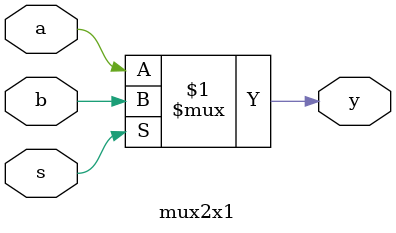
<source format=v>



module swap_buffer(a,b,s,aout,bout);
input a,b,s;
output aout,bout;
  mux2x1 m1(.in1(a),.in2(b),.sel(s),.y(aout));
  mux2x1 m2(.in1(b),.in2(a),.sel(s),.y(bout));
endmodule

//mux2x1
module mux2x1(a,b,s,y);
  input a,b,s;
  output y;
  assign y=s?b:a;
endmodule

</source>
